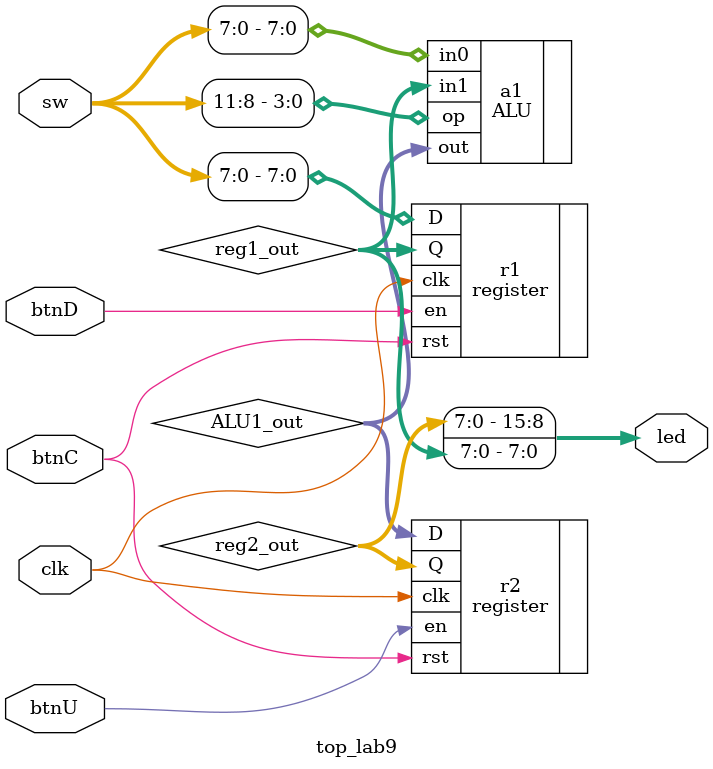
<source format=sv>
`timescale 1ns / 1ps

module top_lab9 #( parameter N = 8)(

    input btnU, btnD, clk, btnC,
    input [11:0] sw,
    output [15:0] led 
    );
    
    wire [7:0] reg1_out, ALU1_out, reg2_out;
    
    register r1( 
    .D(sw [7:0]), .en(btnD), .clk(clk), .rst(btnC),
    .Q(reg1_out));
    
    ALU a1(
    .in1(reg1_out), .in0(sw[7:0]), .op(sw[11:8]), 
    .out(ALU1_out));
    
    register r2(
    .D(ALU1_out), .en(btnU), .clk(clk), .rst(btnC), 
    .Q(reg2_out));
    
    assign led [7:0] = reg1_out; 
    assign led [15:8] = reg2_out; 
    
    
endmodule

</source>
